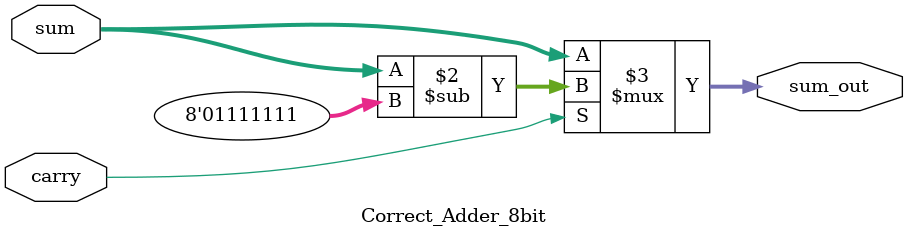
<source format=v>
`timescale 1 ns / 1 ps

module Correct_Adder_8bit (
	input wire [7:0] sum,
  	input wire carry,
	output wire [7:0] sum_out,
	);
	
	assign sum_out = (carry == 1) ? (sum - 8'b01111111) : sum ;
	
endmodule

</source>
